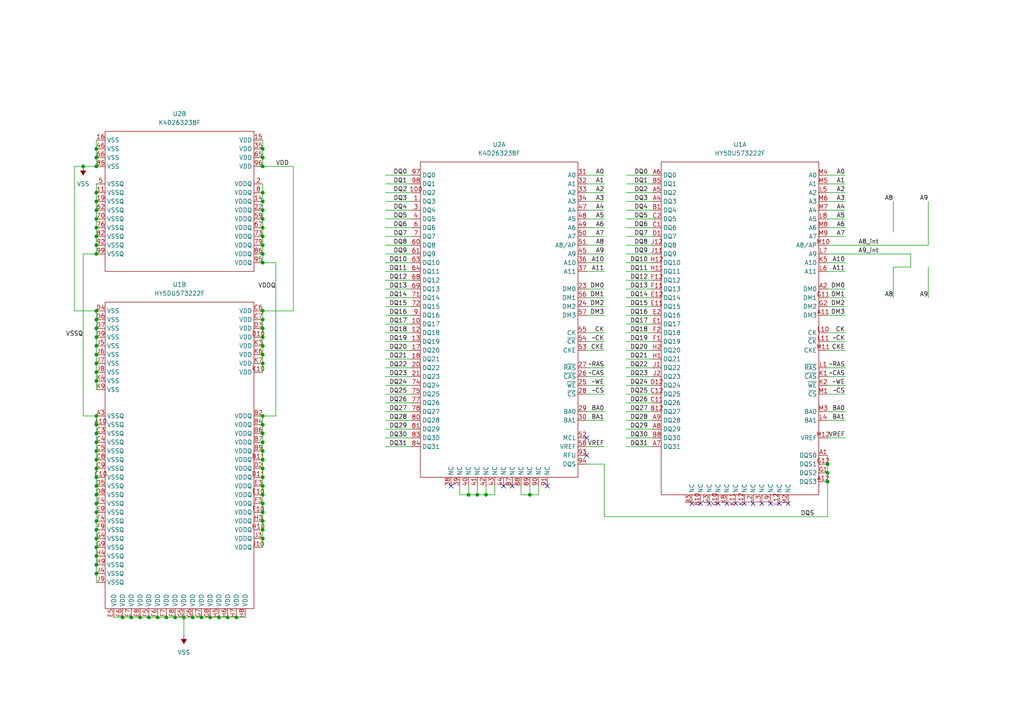
<source format=kicad_sch>
(kicad_sch (version 20230121) (generator eeschema)
  (paper "A4")
  (lib_symbols
    (symbol "HY5DU573222F_1"
      (property "Reference" "U1" (at 0 46.99 0))
      (property "Value" "HY5DU573222F" (at 0 44.45 0))
      (symbol "HY5DU573222F_1_1_1"
        (rectangle (start -22.86 45.72) (end 22.86 -50.8))
        (pin bidirectional line (at 25.4 -39.37 180) (length 2.54) (name "DQS0") (number "A1"))
        (pin input line (at 25.4 1.27 180) (length 2.54) (name "DM3") (number "A11"))
        (pin bidirectional line (at 25.4 -46.99 180) (length 2.54) (name "DQS3") (number "A12"))
        (pin input line (at 25.4 8.89 180) (length 2.54) (name "DM0") (number "A2"))
        (pin bidirectional line (at -25.4 34.29 0) (length 2.54) (name "DQ3") (number "A4"))
        (pin bidirectional line (at -25.4 36.83 0) (length 2.54) (name "DQ2") (number "A5"))
        (pin bidirectional line (at -25.4 41.91 0) (length 2.54) (name "DQ0") (number "A6"))
        (pin bidirectional line (at -25.4 -36.83 0) (length 2.54) (name "DQ31") (number "A7"))
        (pin bidirectional line (at -25.4 -31.75 0) (length 2.54) (name "DQ29") (number "A8"))
        (pin bidirectional line (at -25.4 -29.21 0) (length 2.54) (name "DQ28") (number "A9"))
        (pin bidirectional line (at -25.4 31.75 0) (length 2.54) (name "DQ4") (number "B1"))
        (pin input line (at -11.43 -53.34 90) (length 2.54) (name "NC") (number "B10"))
        (pin bidirectional line (at -25.4 -26.67 0) (length 2.54) (name "DQ27") (number "B12"))
        (pin input line (at -13.97 -53.34 90) (length 2.54) (name "NC") (number "B3"))
        (pin bidirectional line (at -25.4 39.37 0) (length 2.54) (name "DQ1") (number "B5"))
        (pin bidirectional line (at -25.4 -34.29 0) (length 2.54) (name "DQ30") (number "B8"))
        (pin bidirectional line (at -25.4 26.67 0) (length 2.54) (name "DQ6") (number "C1"))
        (pin bidirectional line (at -25.4 -24.13 0) (length 2.54) (name "DQ26") (number "C11"))
        (pin bidirectional line (at -25.4 -21.59 0) (length 2.54) (name "DQ25") (number "C12"))
        (pin bidirectional line (at -25.4 29.21 0) (length 2.54) (name "DQ5") (number "C2"))
        (pin bidirectional line (at -25.4 24.13 0) (length 2.54) (name "DQ7") (number "D1"))
        (pin bidirectional line (at -25.4 -19.05 0) (length 2.54) (name "DQ24") (number "D12"))
        (pin bidirectional line (at -25.4 -1.27 0) (length 2.54) (name "DQ17") (number "E1"))
        (pin bidirectional line (at -25.4 3.81 0) (length 2.54) (name "DQ15") (number "E11"))
        (pin bidirectional line (at -25.4 6.35 0) (length 2.54) (name "DQ14") (number "E12"))
        (pin bidirectional line (at -25.4 1.27 0) (length 2.54) (name "DQ16") (number "E2"))
        (pin bidirectional line (at -25.4 -6.35 0) (length 2.54) (name "DQ19") (number "F1"))
        (pin bidirectional line (at -25.4 8.89 0) (length 2.54) (name "DQ13") (number "F11"))
        (pin bidirectional line (at -25.4 11.43 0) (length 2.54) (name "DQ12") (number "F12"))
        (pin bidirectional line (at -25.4 -3.81 0) (length 2.54) (name "DQ18") (number "F2"))
        (pin bidirectional line (at 25.4 -44.45 180) (length 2.54) (name "DQS2") (number "G1"))
        (pin input line (at -6.35 -53.34 90) (length 2.54) (name "NC") (number "G10"))
        (pin input line (at 25.4 6.35 180) (length 2.54) (name "DM1") (number "G11"))
        (pin bidirectional line (at 25.4 -41.91 180) (length 2.54) (name "DQS1") (number "G12"))
        (pin input line (at 25.4 3.81 180) (length 2.54) (name "DM2") (number "G2"))
        (pin input line (at -8.89 -53.34 90) (length 2.54) (name "NC") (number "G3"))
        (pin bidirectional line (at -25.4 -11.43 0) (length 2.54) (name "DQ21") (number "H1"))
        (pin bidirectional line (at -25.4 13.97 0) (length 2.54) (name "DQ11") (number "H11"))
        (pin bidirectional line (at -25.4 16.51 0) (length 2.54) (name "DQ10") (number "H12"))
        (pin bidirectional line (at -25.4 -8.89 0) (length 2.54) (name "DQ20") (number "H2"))
        (pin bidirectional line (at -25.4 -13.97 0) (length 2.54) (name "DQ22") (number "J1"))
        (pin bidirectional line (at -25.4 19.05 0) (length 2.54) (name "DQ9") (number "J11"))
        (pin bidirectional line (at -25.4 21.59 0) (length 2.54) (name "DQ8") (number "J12"))
        (pin bidirectional line (at -25.4 -16.51 0) (length 2.54) (name "DQ23") (number "J2"))
        (pin input line (at 25.4 -16.51 180) (length 2.54) (name "~{CAS}") (number "K1"))
        (pin input line (at -1.27 -53.34 90) (length 2.54) (name "NC") (number "K11"))
        (pin input line (at 1.27 -53.34 90) (length 2.54) (name "NC") (number "K12"))
        (pin input line (at 25.4 -19.05 180) (length 2.54) (name "~{WE}") (number "K2"))
        (pin input line (at 25.4 16.51 180) (length 2.54) (name "A10") (number "K5"))
        (pin input line (at -3.81 -53.34 90) (length 2.54) (name "NC") (number "K8"))
        (pin input line (at 25.4 -13.97 180) (length 2.54) (name "~{RAS}") (number "L1"))
        (pin input line (at 25.4 -3.81 180) (length 2.54) (name "CK") (number "L10"))
        (pin input line (at 25.4 -6.35 180) (length 2.54) (name "~{CK}") (number "L11"))
        (pin input line (at 11.43 -53.34 90) (length 2.54) (name "NC") (number "L12"))
        (pin input line (at 3.81 -53.34 90) (length 2.54) (name "NC") (number "L2"))
        (pin input line (at 6.35 -53.34 90) (length 2.54) (name "NC") (number "L3"))
        (pin input line (at 25.4 -29.21 180) (length 2.54) (name "BA1") (number "L4"))
        (pin input line (at 25.4 36.83 180) (length 2.54) (name "A2") (number "L5"))
        (pin input line (at 25.4 13.97 180) (length 2.54) (name "A11") (number "L6"))
        (pin input line (at 25.4 19.05 180) (length 2.54) (name "A9") (number "L7"))
        (pin input line (at 25.4 29.21 180) (length 2.54) (name "A5") (number "L8"))
        (pin input line (at 8.89 -53.34 90) (length 2.54) (name "NC") (number "L9"))
        (pin input line (at 25.4 -21.59 180) (length 2.54) (name "~{CS}") (number "M1"))
        (pin input line (at 25.4 21.59 180) (length 2.54) (name "A8/AP") (number "M10"))
        (pin input line (at 25.4 -8.89 180) (length 2.54) (name "CKE") (number "M11"))
        (pin input line (at 25.4 -34.29 180) (length 2.54) (name "VREF") (number "M12"))
        (pin input line (at 13.97 -53.34 90) (length 2.54) (name "NC") (number "M2"))
        (pin input line (at 25.4 -26.67 180) (length 2.54) (name "BA0") (number "M3"))
        (pin input line (at 25.4 41.91 180) (length 2.54) (name "A0") (number "M4"))
        (pin input line (at 25.4 39.37 180) (length 2.54) (name "A1") (number "M5"))
        (pin input line (at 25.4 34.29 180) (length 2.54) (name "A3") (number "M6"))
        (pin input line (at 25.4 31.75 180) (length 2.54) (name "A4") (number "M7"))
        (pin input line (at 25.4 26.67 180) (length 2.54) (name "A6") (number "M8"))
        (pin input line (at 25.4 24.13 180) (length 2.54) (name "A7") (number "M9"))
      )
      (symbol "HY5DU573222F_1_2_1"
        (rectangle (start -21.59 41.91) (end 21.59 -46.99))
        (pin power_in line (at -24.13 6.35 0) (length 2.54) (name "VSSQ") (number "A10"))
        (pin power_in line (at -24.13 8.89 0) (length 2.54) (name "VSSQ") (number "A3"))
        (pin power_in line (at 24.13 -3.81 180) (length 2.54) (name "VDDQ") (number "B11"))
        (pin power_in line (at 24.13 8.89 180) (length 2.54) (name "VDDQ") (number "B2"))
        (pin power_in line (at 24.13 6.35 180) (length 2.54) (name "VDDQ") (number "B4"))
        (pin power_in line (at 24.13 3.81 180) (length 2.54) (name "VDDQ") (number "B6"))
        (pin power_in line (at 24.13 1.27 180) (length 2.54) (name "VDDQ") (number "B7"))
        (pin power_in line (at 24.13 -1.27 180) (length 2.54) (name "VDDQ") (number "B9"))
        (pin power_in line (at -24.13 -8.89 0) (length 2.54) (name "VSSQ") (number "C10"))
        (pin power_in line (at -24.13 3.81 0) (length 2.54) (name "VSSQ") (number "C3"))
        (pin power_in line (at -24.13 1.27 0) (length 2.54) (name "VSSQ") (number "C4"))
        (pin power_in line (at -24.13 -1.27 0) (length 2.54) (name "VSSQ") (number "C5"))
        (pin power_in line (at 24.13 39.37 180) (length 2.54) (name "VDD") (number "C6"))
        (pin power_in line (at 24.13 36.83 180) (length 2.54) (name "VDD") (number "C7"))
        (pin power_in line (at -24.13 -3.81 0) (length 2.54) (name "VSSQ") (number "C8"))
        (pin power_in line (at -24.13 -6.35 0) (length 2.54) (name "VSSQ") (number "C9"))
        (pin power_in line (at 24.13 31.75 180) (length 2.54) (name "VDD") (number "D10"))
        (pin power_in line (at 24.13 -8.89 180) (length 2.54) (name "VDDQ") (number "D11"))
        (pin power_in line (at 24.13 -6.35 180) (length 2.54) (name "VDDQ") (number "D2"))
        (pin power_in line (at 24.13 34.29 180) (length 2.54) (name "VDD") (number "D3"))
        (pin power_in line (at -24.13 39.37 0) (length 2.54) (name "VSS") (number "D4"))
        (pin power_in line (at -24.13 -11.43 0) (length 2.54) (name "VSSQ") (number "D5"))
        (pin power_in line (at -24.13 36.83 0) (length 2.54) (name "VSS") (number "D6"))
        (pin power_in line (at -24.13 34.29 0) (length 2.54) (name "VSS") (number "D7"))
        (pin power_in line (at -24.13 -13.97 0) (length 2.54) (name "VSSQ") (number "D8"))
        (pin power_in line (at -24.13 31.75 0) (length 2.54) (name "VSS") (number "D9"))
        (pin power_in line (at 24.13 -13.97 180) (length 2.54) (name "VDDQ") (number "E10"))
        (pin power_in line (at 24.13 -11.43 180) (length 2.54) (name "VDDQ") (number "E3"))
        (pin power_in line (at -24.13 -16.51 0) (length 2.54) (name "VSSQ") (number "E4"))
        (pin input line (at -19.05 -49.53 90) (length 2.54) (name "VDD") (number "E5"))
        (pin input line (at -16.51 -49.53 90) (length 2.54) (name "VDD") (number "E6"))
        (pin input line (at -13.97 -49.53 90) (length 2.54) (name "VDD") (number "E7"))
        (pin input line (at -11.43 -49.53 90) (length 2.54) (name "VDD") (number "E8"))
        (pin power_in line (at -24.13 -19.05 0) (length 2.54) (name "VSSQ") (number "E9"))
        (pin power_in line (at 24.13 -19.05 180) (length 2.54) (name "VDDQ") (number "F10"))
        (pin power_in line (at 24.13 -16.51 180) (length 2.54) (name "VDDQ") (number "F3"))
        (pin power_in line (at -24.13 -21.59 0) (length 2.54) (name "VSSQ") (number "F4"))
        (pin input line (at -8.89 -49.53 90) (length 2.54) (name "VDD") (number "F5"))
        (pin input line (at -6.35 -49.53 90) (length 2.54) (name "VDD") (number "F6"))
        (pin input line (at -3.81 -49.53 90) (length 2.54) (name "VDD") (number "F7"))
        (pin input line (at -1.27 -49.53 90) (length 2.54) (name "VDD") (number "F8"))
        (pin power_in line (at -24.13 -24.13 0) (length 2.54) (name "VSSQ") (number "F9"))
        (pin power_in line (at -24.13 -26.67 0) (length 2.54) (name "VSSQ") (number "G4"))
        (pin input line (at 1.27 -49.53 90) (length 2.54) (name "VDD") (number "G5"))
        (pin input line (at 3.81 -49.53 90) (length 2.54) (name "VDD") (number "G6"))
        (pin input line (at 6.35 -49.53 90) (length 2.54) (name "VDD") (number "G7"))
        (pin input line (at 8.89 -49.53 90) (length 2.54) (name "VDD") (number "G8"))
        (pin power_in line (at -24.13 -29.21 0) (length 2.54) (name "VSSQ") (number "G9"))
        (pin power_in line (at 24.13 -24.13 180) (length 2.54) (name "VDDQ") (number "H10"))
        (pin power_in line (at 24.13 -21.59 180) (length 2.54) (name "VDDQ") (number "H3"))
        (pin power_in line (at -24.13 -31.75 0) (length 2.54) (name "VSSQ") (number "H4"))
        (pin input line (at 11.43 -49.53 90) (length 2.54) (name "VDD") (number "H5"))
        (pin input line (at 13.97 -49.53 90) (length 2.54) (name "VDD") (number "H6"))
        (pin input line (at 16.51 -49.53 90) (length 2.54) (name "VDD") (number "H7"))
        (pin input line (at 19.05 -49.53 90) (length 2.54) (name "VDD") (number "H8"))
        (pin power_in line (at -24.13 -34.29 0) (length 2.54) (name "VSSQ") (number "H9"))
        (pin power_in line (at 24.13 -29.21 180) (length 2.54) (name "VDDQ") (number "J10"))
        (pin power_in line (at 24.13 -26.67 180) (length 2.54) (name "VDDQ") (number "J3"))
        (pin power_in line (at -24.13 -36.83 0) (length 2.54) (name "VSSQ") (number "J4"))
        (pin power_in line (at -24.13 29.21 0) (length 2.54) (name "VSS") (number "J5"))
        (pin power_in line (at -24.13 26.67 0) (length 2.54) (name "VSS") (number "J6"))
        (pin power_in line (at -24.13 24.13 0) (length 2.54) (name "VSS") (number "J7"))
        (pin power_in line (at -24.13 21.59 0) (length 2.54) (name "VSS") (number "J8"))
        (pin power_in line (at -24.13 -39.37 0) (length 2.54) (name "VSSQ") (number "J9"))
        (pin power_in line (at 24.13 21.59 180) (length 2.54) (name "VDD") (number "K10"))
        (pin power_in line (at 24.13 29.21 180) (length 2.54) (name "VDD") (number "K3"))
        (pin power_in line (at -24.13 19.05 0) (length 2.54) (name "VSS") (number "K4"))
        (pin power_in line (at 24.13 26.67 180) (length 2.54) (name "VDD") (number "K6"))
        (pin power_in line (at 24.13 24.13 180) (length 2.54) (name "VDD") (number "K7"))
        (pin power_in line (at -24.13 16.51 0) (length 2.54) (name "VSS") (number "K9"))
      )
    )
    (symbol "Memory_RAM_custom:HY5DU573222F"
      (property "Reference" "U" (at 0 3.175 0))
      (property "Value" "HY5DU573222F" (at 0 0 0))
      (symbol "HY5DU573222F_1_1"
        (rectangle (start -22.86 45.72) (end 22.86 -50.8))
        (pin bidirectional line (at 25.4 -39.37 180) (length 2.54) (name "DQS0") (number "A1"))
        (pin input line (at 25.4 1.27 180) (length 2.54) (name "DM3") (number "A11"))
        (pin bidirectional line (at 25.4 -46.99 180) (length 2.54) (name "DQS3") (number "A12"))
        (pin input line (at 25.4 8.89 180) (length 2.54) (name "DM0") (number "A2"))
        (pin bidirectional line (at -25.4 34.29 0) (length 2.54) (name "DQ3") (number "A4"))
        (pin bidirectional line (at -25.4 36.83 0) (length 2.54) (name "DQ2") (number "A5"))
        (pin bidirectional line (at -25.4 41.91 0) (length 2.54) (name "DQ0") (number "A6"))
        (pin bidirectional line (at -25.4 -36.83 0) (length 2.54) (name "DQ31") (number "A7"))
        (pin bidirectional line (at -25.4 -31.75 0) (length 2.54) (name "DQ29") (number "A8"))
        (pin bidirectional line (at -25.4 -29.21 0) (length 2.54) (name "DQ28") (number "A9"))
        (pin bidirectional line (at -25.4 31.75 0) (length 2.54) (name "DQ4") (number "B1"))
        (pin input line (at -11.43 -53.34 90) (length 2.54) (name "NC") (number "B10"))
        (pin bidirectional line (at -25.4 -26.67 0) (length 2.54) (name "DQ27") (number "B12"))
        (pin input line (at -13.97 -53.34 90) (length 2.54) (name "NC") (number "B3"))
        (pin bidirectional line (at -25.4 39.37 0) (length 2.54) (name "DQ1") (number "B5"))
        (pin bidirectional line (at -25.4 -34.29 0) (length 2.54) (name "DQ30") (number "B8"))
        (pin bidirectional line (at -25.4 26.67 0) (length 2.54) (name "DQ6") (number "C1"))
        (pin bidirectional line (at -25.4 -24.13 0) (length 2.54) (name "DQ26") (number "C11"))
        (pin bidirectional line (at -25.4 -21.59 0) (length 2.54) (name "DQ25") (number "C12"))
        (pin bidirectional line (at -25.4 29.21 0) (length 2.54) (name "DQ5") (number "C2"))
        (pin bidirectional line (at -25.4 24.13 0) (length 2.54) (name "DQ7") (number "D1"))
        (pin bidirectional line (at -25.4 -19.05 0) (length 2.54) (name "DQ24") (number "D12"))
        (pin bidirectional line (at -25.4 -1.27 0) (length 2.54) (name "DQ17") (number "E1"))
        (pin bidirectional line (at -25.4 3.81 0) (length 2.54) (name "DQ15") (number "E11"))
        (pin bidirectional line (at -25.4 6.35 0) (length 2.54) (name "DQ14") (number "E12"))
        (pin bidirectional line (at -25.4 1.27 0) (length 2.54) (name "DQ16") (number "E2"))
        (pin bidirectional line (at -25.4 -6.35 0) (length 2.54) (name "DQ19") (number "F1"))
        (pin bidirectional line (at -25.4 8.89 0) (length 2.54) (name "DQ13") (number "F11"))
        (pin bidirectional line (at -25.4 11.43 0) (length 2.54) (name "DQ12") (number "F12"))
        (pin bidirectional line (at -25.4 -3.81 0) (length 2.54) (name "DQ18") (number "F2"))
        (pin bidirectional line (at 25.4 -44.45 180) (length 2.54) (name "DQS2") (number "G1"))
        (pin input line (at -6.35 -53.34 90) (length 2.54) (name "NC") (number "G10"))
        (pin input line (at 25.4 6.35 180) (length 2.54) (name "DM1") (number "G11"))
        (pin bidirectional line (at 25.4 -41.91 180) (length 2.54) (name "DQS1") (number "G12"))
        (pin input line (at 25.4 3.81 180) (length 2.54) (name "DM2") (number "G2"))
        (pin input line (at -8.89 -53.34 90) (length 2.54) (name "NC") (number "G3"))
        (pin bidirectional line (at -25.4 -11.43 0) (length 2.54) (name "DQ21") (number "H1"))
        (pin bidirectional line (at -25.4 13.97 0) (length 2.54) (name "DQ11") (number "H11"))
        (pin bidirectional line (at -25.4 16.51 0) (length 2.54) (name "DQ10") (number "H12"))
        (pin bidirectional line (at -25.4 -8.89 0) (length 2.54) (name "DQ20") (number "H2"))
        (pin bidirectional line (at -25.4 -13.97 0) (length 2.54) (name "DQ22") (number "J1"))
        (pin bidirectional line (at -25.4 19.05 0) (length 2.54) (name "DQ9") (number "J11"))
        (pin bidirectional line (at -25.4 21.59 0) (length 2.54) (name "DQ8") (number "J12"))
        (pin bidirectional line (at -25.4 -16.51 0) (length 2.54) (name "DQ23") (number "J2"))
        (pin input line (at 25.4 -16.51 180) (length 2.54) (name "~{CAS}") (number "K1"))
        (pin input line (at -1.27 -53.34 90) (length 2.54) (name "NC") (number "K11"))
        (pin input line (at 1.27 -53.34 90) (length 2.54) (name "NC") (number "K12"))
        (pin input line (at 25.4 -19.05 180) (length 2.54) (name "~{WE}") (number "K2"))
        (pin input line (at 25.4 16.51 180) (length 2.54) (name "A10") (number "K5"))
        (pin input line (at -3.81 -53.34 90) (length 2.54) (name "NC") (number "K8"))
        (pin input line (at 25.4 -13.97 180) (length 2.54) (name "~{RAS}") (number "L1"))
        (pin input line (at 25.4 -3.81 180) (length 2.54) (name "CK") (number "L10"))
        (pin input line (at 25.4 -6.35 180) (length 2.54) (name "~{CK}") (number "L11"))
        (pin input line (at 11.43 -53.34 90) (length 2.54) (name "NC") (number "L12"))
        (pin input line (at 3.81 -53.34 90) (length 2.54) (name "NC") (number "L2"))
        (pin input line (at 6.35 -53.34 90) (length 2.54) (name "NC") (number "L3"))
        (pin input line (at 25.4 -29.21 180) (length 2.54) (name "BA1") (number "L4"))
        (pin input line (at 25.4 36.83 180) (length 2.54) (name "A2") (number "L5"))
        (pin input line (at 25.4 13.97 180) (length 2.54) (name "A11") (number "L6"))
        (pin input line (at 25.4 19.05 180) (length 2.54) (name "A9") (number "L7"))
        (pin input line (at 25.4 29.21 180) (length 2.54) (name "A5") (number "L8"))
        (pin input line (at 8.89 -53.34 90) (length 2.54) (name "NC") (number "L9"))
        (pin input line (at 25.4 -21.59 180) (length 2.54) (name "~{CS}") (number "M1"))
        (pin input line (at 25.4 21.59 180) (length 2.54) (name "A8/AP") (number "M10"))
        (pin input line (at 25.4 -8.89 180) (length 2.54) (name "CKE") (number "M11"))
        (pin input line (at 25.4 -34.29 180) (length 2.54) (name "VREF") (number "M12"))
        (pin input line (at 13.97 -53.34 90) (length 2.54) (name "NC") (number "M2"))
        (pin input line (at 25.4 -26.67 180) (length 2.54) (name "BA0") (number "M3"))
        (pin input line (at 25.4 41.91 180) (length 2.54) (name "A0") (number "M4"))
        (pin input line (at 25.4 39.37 180) (length 2.54) (name "A1") (number "M5"))
        (pin input line (at 25.4 34.29 180) (length 2.54) (name "A3") (number "M6"))
        (pin input line (at 25.4 31.75 180) (length 2.54) (name "A4") (number "M7"))
        (pin input line (at 25.4 26.67 180) (length 2.54) (name "A6") (number "M8"))
        (pin input line (at 25.4 24.13 180) (length 2.54) (name "A7") (number "M9"))
      )
      (symbol "HY5DU573222F_2_1"
        (rectangle (start -21.59 41.91) (end 21.59 -46.99))
        (pin power_in line (at -24.13 6.35 0) (length 2.54) (name "VSSQ") (number "A10"))
        (pin power_in line (at -24.13 8.89 0) (length 2.54) (name "VSSQ") (number "A3"))
        (pin power_in line (at 24.13 -3.81 180) (length 2.54) (name "VDDQ") (number "B11"))
        (pin power_in line (at 24.13 8.89 180) (length 2.54) (name "VDDQ") (number "B2"))
        (pin power_in line (at 24.13 6.35 180) (length 2.54) (name "VDDQ") (number "B4"))
        (pin power_in line (at 24.13 3.81 180) (length 2.54) (name "VDDQ") (number "B6"))
        (pin power_in line (at 24.13 1.27 180) (length 2.54) (name "VDDQ") (number "B7"))
        (pin power_in line (at 24.13 -1.27 180) (length 2.54) (name "VDDQ") (number "B9"))
        (pin power_in line (at -24.13 -8.89 0) (length 2.54) (name "VSSQ") (number "C10"))
        (pin power_in line (at -24.13 3.81 0) (length 2.54) (name "VSSQ") (number "C3"))
        (pin power_in line (at -24.13 1.27 0) (length 2.54) (name "VSSQ") (number "C4"))
        (pin power_in line (at -24.13 -1.27 0) (length 2.54) (name "VSSQ") (number "C5"))
        (pin power_in line (at 24.13 39.37 180) (length 2.54) (name "VDD") (number "C6"))
        (pin power_in line (at 24.13 36.83 180) (length 2.54) (name "VDD") (number "C7"))
        (pin power_in line (at -24.13 -3.81 0) (length 2.54) (name "VSSQ") (number "C8"))
        (pin power_in line (at -24.13 -6.35 0) (length 2.54) (name "VSSQ") (number "C9"))
        (pin power_in line (at 24.13 31.75 180) (length 2.54) (name "VDD") (number "D10"))
        (pin power_in line (at 24.13 -8.89 180) (length 2.54) (name "VDDQ") (number "D11"))
        (pin power_in line (at 24.13 -6.35 180) (length 2.54) (name "VDDQ") (number "D2"))
        (pin power_in line (at 24.13 34.29 180) (length 2.54) (name "VDD") (number "D3"))
        (pin power_in line (at -24.13 39.37 0) (length 2.54) (name "VSS") (number "D4"))
        (pin power_in line (at -24.13 -11.43 0) (length 2.54) (name "VSSQ") (number "D5"))
        (pin power_in line (at -24.13 36.83 0) (length 2.54) (name "VSS") (number "D6"))
        (pin power_in line (at -24.13 34.29 0) (length 2.54) (name "VSS") (number "D7"))
        (pin power_in line (at -24.13 -13.97 0) (length 2.54) (name "VSSQ") (number "D8"))
        (pin power_in line (at -24.13 31.75 0) (length 2.54) (name "VSS") (number "D9"))
        (pin power_in line (at 24.13 -13.97 180) (length 2.54) (name "VDDQ") (number "E10"))
        (pin power_in line (at 24.13 -11.43 180) (length 2.54) (name "VDDQ") (number "E3"))
        (pin power_in line (at -24.13 -16.51 0) (length 2.54) (name "VSSQ") (number "E4"))
        (pin power_in line (at -19.05 -49.53 90) (length 2.54) (name "VSS_") (number "E5"))
        (pin power_in line (at -16.51 -49.53 90) (length 2.54) (name "VSS_") (number "E6"))
        (pin power_in line (at -13.97 -49.53 90) (length 2.54) (name "VSS_") (number "E7"))
        (pin power_in line (at -11.43 -49.53 90) (length 2.54) (name "VSS_") (number "E8"))
        (pin power_in line (at -24.13 -19.05 0) (length 2.54) (name "VSSQ") (number "E9"))
        (pin power_in line (at 24.13 -19.05 180) (length 2.54) (name "VDDQ") (number "F10"))
        (pin power_in line (at 24.13 -16.51 180) (length 2.54) (name "VDDQ") (number "F3"))
        (pin power_in line (at -24.13 -21.59 0) (length 2.54) (name "VSSQ") (number "F4"))
        (pin power_in line (at -8.89 -49.53 90) (length 2.54) (name "VSS_") (number "F5"))
        (pin power_in line (at -6.35 -49.53 90) (length 2.54) (name "VSS_") (number "F6"))
        (pin power_in line (at -3.81 -49.53 90) (length 2.54) (name "VSS_") (number "F7"))
        (pin power_in line (at -1.27 -49.53 90) (length 2.54) (name "VSS_") (number "F8"))
        (pin power_in line (at -24.13 -24.13 0) (length 2.54) (name "VSSQ") (number "F9"))
        (pin power_in line (at -24.13 -26.67 0) (length 2.54) (name "VSSQ") (number "G4"))
        (pin power_in line (at 1.27 -49.53 90) (length 2.54) (name "VSS_") (number "G5"))
        (pin power_in line (at 3.81 -49.53 90) (length 2.54) (name "VSS_") (number "G6"))
        (pin power_in line (at 6.35 -49.53 90) (length 2.54) (name "VSS_") (number "G7"))
        (pin power_in line (at 8.89 -49.53 90) (length 2.54) (name "VSS_") (number "G8"))
        (pin power_in line (at -24.13 -29.21 0) (length 2.54) (name "VSSQ") (number "G9"))
        (pin power_in line (at 24.13 -24.13 180) (length 2.54) (name "VDDQ") (number "H10"))
        (pin power_in line (at 24.13 -21.59 180) (length 2.54) (name "VDDQ") (number "H3"))
        (pin power_in line (at -24.13 -31.75 0) (length 2.54) (name "VSSQ") (number "H4"))
        (pin power_in line (at 11.43 -49.53 90) (length 2.54) (name "VSS_") (number "H5"))
        (pin power_in line (at 13.97 -49.53 90) (length 2.54) (name "VSS_") (number "H6"))
        (pin power_in line (at 16.51 -49.53 90) (length 2.54) (name "VSS_") (number "H7"))
        (pin power_in line (at 19.05 -49.53 90) (length 2.54) (name "VSS_") (number "H8"))
        (pin power_in line (at -24.13 -34.29 0) (length 2.54) (name "VSSQ") (number "H9"))
        (pin power_in line (at 24.13 -29.21 180) (length 2.54) (name "VDDQ") (number "J10"))
        (pin power_in line (at 24.13 -26.67 180) (length 2.54) (name "VDDQ") (number "J3"))
        (pin power_in line (at -24.13 -36.83 0) (length 2.54) (name "VSSQ") (number "J4"))
        (pin power_in line (at -24.13 29.21 0) (length 2.54) (name "VSS") (number "J5"))
        (pin power_in line (at -24.13 26.67 0) (length 2.54) (name "VSS") (number "J6"))
        (pin power_in line (at -24.13 24.13 0) (length 2.54) (name "VSS") (number "J7"))
        (pin power_in line (at -24.13 21.59 0) (length 2.54) (name "VSS") (number "J8"))
        (pin power_in line (at -24.13 -39.37 0) (length 2.54) (name "VSSQ") (number "J9"))
        (pin power_in line (at 24.13 21.59 180) (length 2.54) (name "VDD") (number "K10"))
        (pin power_in line (at 24.13 29.21 180) (length 2.54) (name "VDD") (number "K3"))
        (pin power_in line (at -24.13 19.05 0) (length 2.54) (name "VSS") (number "K4"))
        (pin power_in line (at 24.13 26.67 180) (length 2.54) (name "VDD") (number "K6"))
        (pin power_in line (at 24.13 24.13 180) (length 2.54) (name "VDD") (number "K7"))
        (pin power_in line (at -24.13 16.51 0) (length 2.54) (name "VSS") (number "K9"))
      )
    )
    (symbol "Memory_RAM_custom:K4D263238F"
      (property "Reference" "U" (at 0 3.175 0))
      (property "Value" "K4D263238F" (at 0 0 0))
      (symbol "K4D263238F_1_1"
        (rectangle (start -22.86 45.72) (end 22.86 -45.72))
        (pin bidirectional line (at -25.4 34.29 0) (length 2.54) (name "DQ3") (number "1"))
        (pin bidirectional line (at -25.4 -1.27 0) (length 2.54) (name "DQ17") (number "10"))
        (pin bidirectional line (at -25.4 36.83 0) (length 2.54) (name "DQ2") (number "100"))
        (pin bidirectional line (at -25.4 -3.81 0) (length 2.54) (name "DQ18") (number "12"))
        (pin bidirectional line (at -25.4 -6.35 0) (length 2.54) (name "DQ19") (number "13"))
        (pin bidirectional line (at -25.4 -8.89 0) (length 2.54) (name "DQ20") (number "17"))
        (pin bidirectional line (at -25.4 -11.43 0) (length 2.54) (name "DQ21") (number "18"))
        (pin bidirectional line (at -25.4 -13.97 0) (length 2.54) (name "DQ22") (number "20"))
        (pin bidirectional line (at -25.4 -16.51 0) (length 2.54) (name "DQ23") (number "21"))
        (pin input line (at 25.4 8.89 180) (length 2.54) (name "DM0") (number "23"))
        (pin input line (at 25.4 3.81 180) (length 2.54) (name "DM2") (number "24"))
        (pin input line (at 25.4 -19.05 180) (length 2.54) (name "~{WE}") (number "25"))
        (pin input line (at 25.4 -16.51 180) (length 2.54) (name "~{CAS}") (number "26"))
        (pin input line (at 25.4 -13.97 180) (length 2.54) (name "~{RAS}") (number "27"))
        (pin input line (at 25.4 -21.59 180) (length 2.54) (name "~{CS}") (number "28"))
        (pin input line (at 25.4 -26.67 180) (length 2.54) (name "BA0") (number "29"))
        (pin bidirectional line (at -25.4 31.75 0) (length 2.54) (name "DQ4") (number "3"))
        (pin input line (at 25.4 -29.21 180) (length 2.54) (name "BA1") (number "30"))
        (pin input line (at 25.4 41.91 180) (length 2.54) (name "A0") (number "31"))
        (pin input line (at 25.4 39.37 180) (length 2.54) (name "A1") (number "32"))
        (pin input line (at 25.4 36.83 180) (length 2.54) (name "A2") (number "33"))
        (pin input line (at 25.4 34.29 180) (length 2.54) (name "A3") (number "34"))
        (pin input line (at 25.4 16.51 180) (length 2.54) (name "A10") (number "36"))
        (pin input line (at 25.4 13.97 180) (length 2.54) (name "A11") (number "37"))
        (pin input line (at -13.97 -48.26 90) (length 2.54) (name "NC") (number "38"))
        (pin input line (at -11.43 -48.26 90) (length 2.54) (name "NC") (number "39"))
        (pin bidirectional line (at -25.4 29.21 0) (length 2.54) (name "DQ5") (number "4"))
        (pin input line (at -8.89 -48.26 90) (length 2.54) (name "NC") (number "40"))
        (pin input line (at -6.35 -48.26 90) (length 2.54) (name "NC") (number "41"))
        (pin input line (at -3.81 -48.26 90) (length 2.54) (name "NC") (number "42"))
        (pin input line (at -1.27 -48.26 90) (length 2.54) (name "NC") (number "43"))
        (pin input line (at 1.27 -48.26 90) (length 2.54) (name "NC") (number "44"))
        (pin input line (at 25.4 19.05 180) (length 2.54) (name "A9") (number "45"))
        (pin input line (at 25.4 31.75 180) (length 2.54) (name "A4") (number "47"))
        (pin input line (at 25.4 29.21 180) (length 2.54) (name "A5") (number "48"))
        (pin input line (at 25.4 26.67 180) (length 2.54) (name "A6") (number "49"))
        (pin input line (at 25.4 24.13 180) (length 2.54) (name "A7") (number "50"))
        (pin input line (at 25.4 21.59 180) (length 2.54) (name "A8/AP") (number "51"))
        (pin input line (at 25.4 -34.29 180) (length 2.54) (name "MCL") (number "52"))
        (pin input line (at 25.4 -8.89 180) (length 2.54) (name "CKE") (number "53"))
        (pin input line (at 25.4 -6.35 180) (length 2.54) (name "~{CK}") (number "54"))
        (pin input line (at 25.4 -3.81 180) (length 2.54) (name "CK") (number "55"))
        (pin input line (at 25.4 6.35 180) (length 2.54) (name "DM1") (number "56"))
        (pin input line (at 25.4 1.27 180) (length 2.54) (name "DM3") (number "57"))
        (pin input line (at 25.4 -36.83 180) (length 2.54) (name "VREF") (number "58"))
        (pin bidirectional line (at -25.4 26.67 0) (length 2.54) (name "DQ6") (number "6"))
        (pin bidirectional line (at -25.4 21.59 0) (length 2.54) (name "DQ8") (number "60"))
        (pin bidirectional line (at -25.4 19.05 0) (length 2.54) (name "DQ9") (number "61"))
        (pin bidirectional line (at -25.4 16.51 0) (length 2.54) (name "DQ10") (number "63"))
        (pin bidirectional line (at -25.4 13.97 0) (length 2.54) (name "DQ11") (number "64"))
        (pin bidirectional line (at -25.4 11.43 0) (length 2.54) (name "DQ12") (number "68"))
        (pin bidirectional line (at -25.4 8.89 0) (length 2.54) (name "DQ13") (number "69"))
        (pin bidirectional line (at -25.4 24.13 0) (length 2.54) (name "DQ7") (number "7"))
        (pin bidirectional line (at -25.4 6.35 0) (length 2.54) (name "DQ14") (number "71"))
        (pin bidirectional line (at -25.4 3.81 0) (length 2.54) (name "DQ15") (number "72"))
        (pin bidirectional line (at -25.4 -19.05 0) (length 2.54) (name "DQ24") (number "74"))
        (pin bidirectional line (at -25.4 -21.59 0) (length 2.54) (name "DQ25") (number "75"))
        (pin bidirectional line (at -25.4 -24.13 0) (length 2.54) (name "DQ26") (number "77"))
        (pin bidirectional line (at -25.4 -26.67 0) (length 2.54) (name "DQ27") (number "78"))
        (pin bidirectional line (at -25.4 -29.21 0) (length 2.54) (name "DQ28") (number "80"))
        (pin bidirectional line (at -25.4 -31.75 0) (length 2.54) (name "DQ29") (number "81"))
        (pin bidirectional line (at -25.4 -34.29 0) (length 2.54) (name "DQ30") (number "83"))
        (pin bidirectional line (at -25.4 -36.83 0) (length 2.54) (name "DQ31") (number "84"))
        (pin input line (at 3.81 -48.26 90) (length 2.54) (name "NC") (number "87"))
        (pin input line (at 6.35 -48.26 90) (length 2.54) (name "NC") (number "88"))
        (pin input line (at 8.89 -48.26 90) (length 2.54) (name "NC") (number "89"))
        (pin bidirectional line (at -25.4 1.27 0) (length 2.54) (name "DQ16") (number "9"))
        (pin input line (at 11.43 -48.26 90) (length 2.54) (name "NC") (number "90"))
        (pin input line (at 13.97 -48.26 90) (length 2.54) (name "NC") (number "91"))
        (pin input line (at 25.4 -39.37 180) (length 2.54) (name "RFU") (number "93"))
        (pin bidirectional line (at 25.4 -41.91 180) (length 2.54) (name "DQS") (number "94"))
        (pin bidirectional line (at -25.4 41.91 0) (length 2.54) (name "DQ0") (number "97"))
        (pin bidirectional line (at -25.4 39.37 0) (length 2.54) (name "DQ1") (number "98"))
      )
      (symbol "K4D263238F_2_1"
        (rectangle (start -21.59 20.32) (end 21.59 -20.32))
        (pin power_in line (at -24.13 2.54 0) (length 2.54) (name "VSSQ") (number "11"))
        (pin power_in line (at 24.13 0 180) (length 2.54) (name "VDDQ") (number "14"))
        (pin power_in line (at 24.13 17.78 180) (length 2.54) (name "VDD") (number "15"))
        (pin power_in line (at -24.13 17.78 0) (length 2.54) (name "VSS") (number "16"))
        (pin power_in line (at -24.13 0 0) (length 2.54) (name "VSSQ") (number "19"))
        (pin power_in line (at 24.13 5.08 180) (length 2.54) (name "VDDQ") (number "2"))
        (pin power_in line (at 24.13 -2.54 180) (length 2.54) (name "VDDQ") (number "22"))
        (pin power_in line (at 24.13 15.24 180) (length 2.54) (name "VDD") (number "35"))
        (pin power_in line (at -24.13 15.24 0) (length 2.54) (name "VSS") (number "46"))
        (pin power_in line (at -24.13 5.08 0) (length 2.54) (name "VSSQ") (number "5"))
        (pin power_in line (at 24.13 -5.08 180) (length 2.54) (name "VDDQ") (number "59"))
        (pin power_in line (at -24.13 -2.54 0) (length 2.54) (name "VSSQ") (number "62"))
        (pin power_in line (at 24.13 12.7 180) (length 2.54) (name "VDD") (number "65"))
        (pin power_in line (at -24.13 12.7 0) (length 2.54) (name "VSS") (number "66"))
        (pin power_in line (at 24.13 -7.62 180) (length 2.54) (name "VDDQ") (number "67"))
        (pin power_in line (at -24.13 -5.08 0) (length 2.54) (name "VSSQ") (number "70"))
        (pin power_in line (at 24.13 -10.16 180) (length 2.54) (name "VDDQ") (number "73"))
        (pin power_in line (at -24.13 -7.62 0) (length 2.54) (name "VSSQ") (number "76"))
        (pin power_in line (at 24.13 -12.7 180) (length 2.54) (name "VDDQ") (number "79"))
        (pin power_in line (at 24.13 2.54 180) (length 2.54) (name "VDDQ") (number "8"))
        (pin power_in line (at -24.13 -10.16 0) (length 2.54) (name "VSSQ") (number "82"))
        (pin power_in line (at -24.13 10.16 0) (length 2.54) (name "VSS") (number "85"))
        (pin power_in line (at 24.13 -15.24 180) (length 2.54) (name "VDDQ") (number "86"))
        (pin power_in line (at -24.13 -12.7 0) (length 2.54) (name "VSSQ") (number "92"))
        (pin power_in line (at 24.13 -17.78 180) (length 2.54) (name "VDDQ") (number "95"))
        (pin power_in line (at 24.13 10.16 180) (length 2.54) (name "VDD") (number "96"))
        (pin power_in line (at -24.13 -15.24 0) (length 2.54) (name "VSSQ") (number "99"))
      )
    )
    (symbol "power:VSS" (power) (pin_names (offset 0))
      (property "Value" "VSS" (at 0 3.81 0))
      (symbol "VSS_0_1"
        (polyline (pts (xy 0 0) (xy 0 2.54)))
        (polyline (pts (xy 0.762 1.27) (xy -0.762 1.27) (xy 0 2.54) (xy 0.762 1.27)) (fill (type outline)))
      )
      (symbol "VSS_1_1"
        (pin power_in line (at 0 0 90) (length 0) hide (name "VSS") (number "1"))
      )
    )
  )
  (junction (at 76.2 123.19))
  (junction (at 45.72 179.07))
  (junction (at 27.94 105.41))
  (junction (at 140.97 143.51))
  (junction (at 76.2 55.88))
  (junction (at 27.94 130.81))
  (junction (at 27.94 146.05))
  (junction (at 27.94 163.83))
  (junction (at 76.2 125.73))
  (junction (at 48.26 179.07))
  (junction (at 76.2 120.65))
  (junction (at 76.2 48.26))
  (junction (at 76.2 73.66))
  (junction (at 76.2 66.04))
  (junction (at 27.94 92.71))
  (junction (at 27.94 60.96))
  (junction (at 27.94 151.13))
  (junction (at 27.94 143.51))
  (junction (at 153.67 143.51))
  (junction (at 27.94 95.25))
  (junction (at 27.94 133.35))
  (junction (at 76.2 100.33))
  (junction (at 27.94 97.79))
  (junction (at 76.2 45.72))
  (junction (at 27.94 158.75))
  (junction (at 27.94 73.66))
  (junction (at 27.94 123.19))
  (junction (at 27.94 100.33))
  (junction (at 27.94 166.37))
  (junction (at 27.94 43.18))
  (junction (at 76.2 135.89))
  (junction (at 76.2 146.05))
  (junction (at 27.94 63.5))
  (junction (at 27.94 58.42))
  (junction (at 27.94 102.87))
  (junction (at 76.2 92.71))
  (junction (at 27.94 71.12))
  (junction (at 27.94 128.27))
  (junction (at 76.2 68.58))
  (junction (at 76.2 63.5))
  (junction (at 35.56 179.07))
  (junction (at 240.03 139.7))
  (junction (at 76.2 140.97))
  (junction (at 76.2 148.59))
  (junction (at 76.2 151.13))
  (junction (at 50.8 179.07))
  (junction (at 76.2 133.35))
  (junction (at 76.2 60.96))
  (junction (at 68.58 179.07))
  (junction (at 76.2 95.25))
  (junction (at 76.2 90.17))
  (junction (at 135.89 143.51))
  (junction (at 27.94 68.58))
  (junction (at 27.94 45.72))
  (junction (at 76.2 58.42))
  (junction (at 63.5 179.07))
  (junction (at 66.04 179.07))
  (junction (at 27.94 135.89))
  (junction (at 58.42 179.07))
  (junction (at 27.94 55.88))
  (junction (at 27.94 107.95))
  (junction (at 76.2 153.67))
  (junction (at 24.13 48.26))
  (junction (at 76.2 105.41))
  (junction (at 27.94 120.65))
  (junction (at 43.18 179.07))
  (junction (at 27.94 148.59))
  (junction (at 76.2 138.43))
  (junction (at 76.2 130.81))
  (junction (at 27.94 161.29))
  (junction (at 138.43 143.51))
  (junction (at 76.2 71.12))
  (junction (at 76.2 76.2))
  (junction (at 76.2 128.27))
  (junction (at 40.64 179.07))
  (junction (at 76.2 102.87))
  (junction (at 27.94 66.04))
  (junction (at 27.94 138.43))
  (junction (at 60.96 179.07))
  (junction (at 27.94 110.49))
  (junction (at 27.94 140.97))
  (junction (at 240.03 137.16))
  (junction (at 38.1 179.07))
  (junction (at 27.94 156.21))
  (junction (at 76.2 143.51))
  (junction (at 76.2 43.18))
  (junction (at 27.94 153.67))
  (junction (at 27.94 125.73))
  (junction (at 53.34 179.07))
  (junction (at 55.88 179.07))
  (junction (at 240.03 134.62))
  (junction (at 76.2 97.79))
  (junction (at 76.2 156.21))
  (junction (at 27.94 48.26))
  (junction (at 27.94 90.17))
  (no_connect (at 218.44 146.05))
  (no_connect (at 220.98 146.05))
  (no_connect (at 223.52 146.05))
  (no_connect (at 226.06 146.05))
  (no_connect (at 228.6 146.05))
  (no_connect (at 200.66 146.05))
  (no_connect (at 203.2 146.05))
  (no_connect (at 205.74 146.05))
  (no_connect (at 208.28 146.05))
  (no_connect (at 210.82 146.05))
  (no_connect (at 213.36 146.05))
  (no_connect (at 215.9 146.05))
  (no_connect (at 146.05 140.97))
  (no_connect (at 148.59 140.97))
  (no_connect (at 158.75 140.97))
  (no_connect (at 130.81 140.97))
  (no_connect (at 170.18 127))
  (no_connect (at 170.18 132.08))
  (wire (pts (xy 181.61 99.06) (xy 189.23 99.06)))
  (wire (pts (xy 240.03 63.5) (xy 245.11 63.5)))
  (wire (pts (xy 111.76 53.34) (xy 119.38 53.34)))
  (wire (pts (xy 111.76 60.96) (xy 119.38 60.96)))
  (wire (pts (xy 111.76 78.74) (xy 119.38 78.74)))
  (wire (pts (xy 111.76 71.12) (xy 119.38 71.12)))
  (wire (pts (xy 27.94 146.05) (xy 27.94 148.59)))
  (wire (pts (xy 240.03 127) (xy 245.11 127)))
  (wire (pts (xy 181.61 106.68) (xy 189.23 106.68)))
  (wire (pts (xy 76.2 153.67) (xy 76.2 156.21)))
  (wire (pts (xy 76.2 90.17) (xy 85.09 90.17)))
  (wire (pts (xy 76.2 148.59) (xy 76.2 151.13)))
  (wire (pts (xy 240.03 132.08) (xy 240.03 134.62)))
  (wire (pts (xy 76.2 123.19) (xy 76.2 125.73)))
  (wire (pts (xy 240.03 66.04) (xy 245.11 66.04)))
  (wire (pts (xy 24.13 73.66) (xy 24.13 120.65)))
  (wire (pts (xy 240.03 121.92) (xy 245.11 121.92)))
  (wire (pts (xy 135.89 140.97) (xy 135.89 143.51)))
  (wire (pts (xy 27.94 123.19) (xy 27.94 125.73)))
  (wire (pts (xy 76.2 120.65) (xy 76.2 123.19)))
  (wire (pts (xy 269.24 77.47) (xy 269.24 86.36)))
  (wire (pts (xy 111.76 124.46) (xy 119.38 124.46)))
  (wire (pts (xy 143.51 140.97) (xy 143.51 143.51)))
  (wire (pts (xy 27.94 53.34) (xy 27.94 55.88)))
  (wire (pts (xy 76.2 151.13) (xy 76.2 153.67)))
  (wire (pts (xy 170.18 96.52) (xy 175.26 96.52)))
  (wire (pts (xy 27.94 120.65) (xy 27.94 123.19)))
  (wire (pts (xy 27.94 138.43) (xy 27.94 140.97)))
  (wire (pts (xy 240.03 78.74) (xy 245.11 78.74)))
  (wire (pts (xy 27.94 140.97) (xy 27.94 143.51)))
  (wire (pts (xy 156.21 143.51) (xy 153.67 143.51)))
  (wire (pts (xy 76.2 40.64) (xy 76.2 43.18)))
  (wire (pts (xy 264.16 73.66) (xy 264.16 77.47)))
  (wire (pts (xy 76.2 43.18) (xy 76.2 45.72)))
  (wire (pts (xy 240.03 71.12) (xy 269.24 71.12)))
  (wire (pts (xy 240.03 53.34) (xy 245.11 53.34)))
  (wire (pts (xy 111.76 129.54) (xy 119.38 129.54)))
  (wire (pts (xy 111.76 93.98) (xy 119.38 93.98)))
  (wire (pts (xy 85.09 90.17) (xy 85.09 48.26)))
  (wire (pts (xy 170.18 101.6) (xy 175.26 101.6)))
  (wire (pts (xy 27.94 95.25) (xy 27.94 97.79)))
  (wire (pts (xy 170.18 66.04) (xy 175.26 66.04)))
  (wire (pts (xy 170.18 78.74) (xy 175.26 78.74)))
  (wire (pts (xy 111.76 50.8) (xy 119.38 50.8)))
  (wire (pts (xy 76.2 66.04) (xy 76.2 68.58)))
  (wire (pts (xy 76.2 53.34) (xy 76.2 55.88)))
  (wire (pts (xy 33.02 179.07) (xy 35.56 179.07)))
  (wire (pts (xy 27.94 125.73) (xy 27.94 128.27)))
  (wire (pts (xy 153.67 143.51) (xy 153.67 140.97)))
  (wire (pts (xy 27.94 100.33) (xy 27.94 102.87)))
  (wire (pts (xy 27.94 143.51) (xy 27.94 146.05)))
  (wire (pts (xy 27.94 60.96) (xy 27.94 63.5)))
  (wire (pts (xy 181.61 116.84) (xy 189.23 116.84)))
  (wire (pts (xy 50.8 179.07) (xy 53.34 179.07)))
  (wire (pts (xy 181.61 68.58) (xy 189.23 68.58)))
  (wire (pts (xy 181.61 101.6) (xy 189.23 101.6)))
  (wire (pts (xy 27.94 107.95) (xy 27.94 110.49)))
  (wire (pts (xy 111.76 63.5) (xy 119.38 63.5)))
  (wire (pts (xy 111.76 119.38) (xy 119.38 119.38)))
  (wire (pts (xy 76.2 97.79) (xy 76.2 100.33)))
  (wire (pts (xy 181.61 86.36) (xy 189.23 86.36)))
  (wire (pts (xy 240.03 109.22) (xy 245.11 109.22)))
  (wire (pts (xy 181.61 63.5) (xy 189.23 63.5)))
  (wire (pts (xy 76.2 105.41) (xy 76.2 107.95)))
  (wire (pts (xy 66.04 179.07) (xy 68.58 179.07)))
  (wire (pts (xy 63.5 179.07) (xy 66.04 179.07)))
  (wire (pts (xy 240.03 101.6) (xy 245.11 101.6)))
  (wire (pts (xy 27.94 58.42) (xy 27.94 60.96)))
  (wire (pts (xy 181.61 73.66) (xy 189.23 73.66)))
  (wire (pts (xy 111.76 121.92) (xy 119.38 121.92)))
  (wire (pts (xy 55.88 179.07) (xy 58.42 179.07)))
  (wire (pts (xy 27.94 102.87) (xy 27.94 105.41)))
  (wire (pts (xy 181.61 104.14) (xy 189.23 104.14)))
  (wire (pts (xy 76.2 92.71) (xy 76.2 95.25)))
  (wire (pts (xy 27.94 90.17) (xy 27.94 92.71)))
  (wire (pts (xy 80.01 76.2) (xy 76.2 76.2)))
  (wire (pts (xy 181.61 124.46) (xy 189.23 124.46)))
  (wire (pts (xy 240.03 73.66) (xy 264.16 73.66)))
  (wire (pts (xy 240.03 137.16) (xy 240.03 139.7)))
  (wire (pts (xy 181.61 58.42) (xy 189.23 58.42)))
  (wire (pts (xy 170.18 53.34) (xy 175.26 53.34)))
  (wire (pts (xy 27.94 45.72) (xy 27.94 48.26)))
  (wire (pts (xy 170.18 63.5) (xy 175.26 63.5)))
  (wire (pts (xy 140.97 143.51) (xy 140.97 140.97)))
  (wire (pts (xy 111.76 96.52) (xy 119.38 96.52)))
  (wire (pts (xy 151.13 143.51) (xy 153.67 143.51)))
  (wire (pts (xy 27.94 73.66) (xy 27.94 71.12)))
  (wire (pts (xy 27.94 110.49) (xy 27.94 113.03)))
  (wire (pts (xy 27.94 158.75) (xy 27.94 161.29)))
  (wire (pts (xy 240.03 114.3) (xy 245.11 114.3)))
  (wire (pts (xy 76.2 133.35) (xy 76.2 135.89)))
  (wire (pts (xy 111.76 127) (xy 119.38 127)))
  (wire (pts (xy 240.03 88.9) (xy 245.11 88.9)))
  (wire (pts (xy 181.61 93.98) (xy 189.23 93.98)))
  (wire (pts (xy 21.59 48.26) (xy 21.59 90.17)))
  (wire (pts (xy 111.76 58.42) (xy 119.38 58.42)))
  (wire (pts (xy 240.03 149.86) (xy 175.26 149.86)))
  (wire (pts (xy 240.03 106.68) (xy 245.11 106.68)))
  (wire (pts (xy 138.43 140.97) (xy 138.43 143.51)))
  (wire (pts (xy 111.76 104.14) (xy 119.38 104.14)))
  (wire (pts (xy 24.13 48.26) (xy 21.59 48.26)))
  (wire (pts (xy 76.2 100.33) (xy 76.2 102.87)))
  (wire (pts (xy 170.18 86.36) (xy 175.26 86.36)))
  (wire (pts (xy 240.03 91.44) (xy 245.11 91.44)))
  (wire (pts (xy 269.24 58.42) (xy 269.24 71.12)))
  (wire (pts (xy 170.18 73.66) (xy 175.26 73.66)))
  (wire (pts (xy 181.61 121.92) (xy 189.23 121.92)))
  (wire (pts (xy 53.34 179.07) (xy 55.88 179.07)))
  (wire (pts (xy 181.61 119.38) (xy 189.23 119.38)))
  (wire (pts (xy 76.2 138.43) (xy 76.2 140.97)))
  (wire (pts (xy 111.76 99.06) (xy 119.38 99.06)))
  (wire (pts (xy 76.2 120.65) (xy 80.01 120.65)))
  (wire (pts (xy 240.03 50.8) (xy 245.11 50.8)))
  (wire (pts (xy 27.94 166.37) (xy 27.94 168.91)))
  (wire (pts (xy 240.03 58.42) (xy 245.11 58.42)))
  (wire (pts (xy 240.03 96.52) (xy 245.11 96.52)))
  (wire (pts (xy 181.61 127) (xy 189.23 127)))
  (wire (pts (xy 111.76 73.66) (xy 119.38 73.66)))
  (wire (pts (xy 240.03 134.62) (xy 240.03 137.16)))
  (wire (pts (xy 68.58 179.07) (xy 71.12 179.07)))
  (wire (pts (xy 27.94 105.41) (xy 27.94 107.95)))
  (wire (pts (xy 181.61 50.8) (xy 189.23 50.8)))
  (wire (pts (xy 24.13 120.65) (xy 27.94 120.65)))
  (wire (pts (xy 80.01 120.65) (xy 80.01 76.2)))
  (wire (pts (xy 240.03 111.76) (xy 245.11 111.76)))
  (wire (pts (xy 76.2 143.51) (xy 76.2 146.05)))
  (wire (pts (xy 21.59 90.17) (xy 27.94 90.17)))
  (wire (pts (xy 76.2 125.73) (xy 76.2 128.27)))
  (wire (pts (xy 111.76 116.84) (xy 119.38 116.84)))
  (wire (pts (xy 85.09 48.26) (xy 76.2 48.26)))
  (wire (pts (xy 111.76 91.44) (xy 119.38 91.44)))
  (wire (pts (xy 76.2 63.5) (xy 76.2 66.04)))
  (wire (pts (xy 76.2 146.05) (xy 76.2 148.59)))
  (wire (pts (xy 133.35 140.97) (xy 133.35 143.51)))
  (wire (pts (xy 170.18 119.38) (xy 175.26 119.38)))
  (wire (pts (xy 27.94 151.13) (xy 27.94 153.67)))
  (wire (pts (xy 76.2 71.12) (xy 76.2 73.66)))
  (wire (pts (xy 170.18 58.42) (xy 175.26 58.42)))
  (wire (pts (xy 181.61 53.34) (xy 189.23 53.34)))
  (wire (pts (xy 170.18 106.68) (xy 175.26 106.68)))
  (wire (pts (xy 76.2 128.27) (xy 76.2 130.81)))
  (wire (pts (xy 170.18 60.96) (xy 175.26 60.96)))
  (wire (pts (xy 53.34 179.07) (xy 53.34 184.15)))
  (wire (pts (xy 170.18 111.76) (xy 175.26 111.76)))
  (wire (pts (xy 181.61 129.54) (xy 189.23 129.54)))
  (wire (pts (xy 76.2 140.97) (xy 76.2 143.51)))
  (wire (pts (xy 111.76 109.22) (xy 119.38 109.22)))
  (wire (pts (xy 111.76 68.58) (xy 119.38 68.58)))
  (wire (pts (xy 170.18 71.12) (xy 175.26 71.12)))
  (wire (pts (xy 175.26 149.86) (xy 175.26 134.62)))
  (wire (pts (xy 27.94 92.71) (xy 27.94 95.25)))
  (wire (pts (xy 27.94 148.59) (xy 27.94 151.13)))
  (wire (pts (xy 181.61 66.04) (xy 189.23 66.04)))
  (wire (pts (xy 76.2 130.81) (xy 76.2 133.35)))
  (wire (pts (xy 35.56 179.07) (xy 38.1 179.07)))
  (wire (pts (xy 170.18 50.8) (xy 175.26 50.8)))
  (wire (pts (xy 181.61 114.3) (xy 189.23 114.3)))
  (wire (pts (xy 27.94 97.79) (xy 27.94 100.33)))
  (wire (pts (xy 76.2 55.88) (xy 76.2 58.42)))
  (wire (pts (xy 170.18 129.54) (xy 175.26 129.54)))
  (wire (pts (xy 181.61 78.74) (xy 189.23 78.74)))
  (wire (pts (xy 111.76 81.28) (xy 119.38 81.28)))
  (wire (pts (xy 240.03 86.36) (xy 245.11 86.36)))
  (wire (pts (xy 111.76 83.82) (xy 119.38 83.82)))
  (wire (pts (xy 27.94 156.21) (xy 27.94 158.75)))
  (wire (pts (xy 76.2 95.25) (xy 76.2 97.79)))
  (wire (pts (xy 76.2 68.58) (xy 76.2 71.12)))
  (wire (pts (xy 259.08 77.47) (xy 259.08 86.36)))
  (wire (pts (xy 48.26 179.07) (xy 50.8 179.07)))
  (wire (pts (xy 111.76 106.68) (xy 119.38 106.68)))
  (wire (pts (xy 40.64 179.07) (xy 43.18 179.07)))
  (wire (pts (xy 170.18 134.62) (xy 175.26 134.62)))
  (wire (pts (xy 170.18 76.2) (xy 175.26 76.2)))
  (wire (pts (xy 76.2 60.96) (xy 76.2 63.5)))
  (wire (pts (xy 170.18 114.3) (xy 175.26 114.3)))
  (wire (pts (xy 58.42 179.07) (xy 60.96 179.07)))
  (wire (pts (xy 27.94 63.5) (xy 27.94 66.04)))
  (wire (pts (xy 240.03 55.88) (xy 245.11 55.88)))
  (wire (pts (xy 76.2 90.17) (xy 76.2 92.71)))
  (wire (pts (xy 27.94 55.88) (xy 27.94 58.42)))
  (wire (pts (xy 76.2 73.66) (xy 76.2 76.2)))
  (wire (pts (xy 27.94 73.66) (xy 24.13 73.66)))
  (wire (pts (xy 76.2 156.21) (xy 76.2 158.75)))
  (wire (pts (xy 38.1 179.07) (xy 40.64 179.07)))
  (wire (pts (xy 170.18 83.82) (xy 175.26 83.82)))
  (wire (pts (xy 135.89 143.51) (xy 138.43 143.51)))
  (wire (pts (xy 27.94 66.04) (xy 27.94 68.58)))
  (wire (pts (xy 170.18 99.06) (xy 175.26 99.06)))
  (wire (pts (xy 156.21 140.97) (xy 156.21 143.51)))
  (wire (pts (xy 27.94 128.27) (xy 27.94 130.81)))
  (wire (pts (xy 133.35 143.51) (xy 135.89 143.51)))
  (wire (pts (xy 181.61 71.12) (xy 189.23 71.12)))
  (wire (pts (xy 143.51 143.51) (xy 140.97 143.51)))
  (wire (pts (xy 170.18 68.58) (xy 175.26 68.58)))
  (wire (pts (xy 181.61 91.44) (xy 189.23 91.44)))
  (wire (pts (xy 181.61 88.9) (xy 189.23 88.9)))
  (wire (pts (xy 170.18 88.9) (xy 175.26 88.9)))
  (wire (pts (xy 111.76 76.2) (xy 119.38 76.2)))
  (wire (pts (xy 240.03 60.96) (xy 245.11 60.96)))
  (wire (pts (xy 240.03 83.82) (xy 245.11 83.82)))
  (wire (pts (xy 111.76 55.88) (xy 119.38 55.88)))
  (wire (pts (xy 259.08 58.42) (xy 259.08 67.31)))
  (wire (pts (xy 264.16 77.47) (xy 259.08 77.47)))
  (wire (pts (xy 181.61 83.82) (xy 189.23 83.82)))
  (wire (pts (xy 27.94 133.35) (xy 27.94 135.89)))
  (wire (pts (xy 181.61 81.28) (xy 189.23 81.28)))
  (wire (pts (xy 27.94 48.26) (xy 24.13 48.26)))
  (wire (pts (xy 27.94 153.67) (xy 27.94 156.21)))
  (wire (pts (xy 27.94 40.64) (xy 27.94 43.18)))
  (wire (pts (xy 111.76 88.9) (xy 119.38 88.9)))
  (wire (pts (xy 181.61 96.52) (xy 189.23 96.52)))
  (wire (pts (xy 240.03 119.38) (xy 245.11 119.38)))
  (wire (pts (xy 76.2 135.89) (xy 76.2 138.43)))
  (wire (pts (xy 76.2 102.87) (xy 76.2 105.41)))
  (wire (pts (xy 170.18 109.22) (xy 175.26 109.22)))
  (wire (pts (xy 170.18 55.88) (xy 175.26 55.88)))
  (wire (pts (xy 138.43 143.51) (xy 140.97 143.51)))
  (wire (pts (xy 76.2 58.42) (xy 76.2 60.96)))
  (wire (pts (xy 27.94 68.58) (xy 27.94 71.12)))
  (wire (pts (xy 181.61 76.2) (xy 189.23 76.2)))
  (wire (pts (xy 151.13 140.97) (xy 151.13 143.51)))
  (wire (pts (xy 60.96 179.07) (xy 63.5 179.07)))
  (wire (pts (xy 27.94 161.29) (xy 27.94 163.83)))
  (wire (pts (xy 43.18 179.07) (xy 45.72 179.07)))
  (wire (pts (xy 45.72 179.07) (xy 48.26 179.07)))
  (wire (pts (xy 181.61 109.22) (xy 189.23 109.22)))
  (wire (pts (xy 27.94 135.89) (xy 27.94 138.43)))
  (wire (pts (xy 111.76 86.36) (xy 119.38 86.36)))
  (wire (pts (xy 111.76 101.6) (xy 119.38 101.6)))
  (wire (pts (xy 181.61 60.96) (xy 189.23 60.96)))
  (wire (pts (xy 181.61 111.76) (xy 189.23 111.76)))
  (wire (pts (xy 240.03 99.06) (xy 245.11 99.06)))
  (wire (pts (xy 76.2 45.72) (xy 76.2 48.26)))
  (wire (pts (xy 27.94 163.83) (xy 27.94 166.37)))
  (wire (pts (xy 27.94 130.81) (xy 27.94 133.35)))
  (wire (pts (xy 27.94 43.18) (xy 27.94 45.72)))
  (wire (pts (xy 111.76 66.04) (xy 119.38 66.04)))
  (wire (pts (xy 240.03 68.58) (xy 245.11 68.58)))
  (wire (pts (xy 111.76 111.76) (xy 119.38 111.76)))
  (wire (pts (xy 170.18 121.92) (xy 175.26 121.92)))
  (wire (pts (xy 181.61 55.88) (xy 189.23 55.88)))
  (wire (pts (xy 111.76 114.3) (xy 119.38 114.3)))
  (wire (pts (xy 240.03 139.7) (xy 240.03 149.86)))
  (wire (pts (xy 240.03 76.2) (xy 245.11 76.2)))
  (wire (pts (xy 170.18 91.44) (xy 175.26 91.44)))
  (label "DQ3" (at 187.96 58.42 180))
  (label "DQ22" (at 118.11 106.68 180))
  (label "DQ7" (at 187.96 68.58 180))
  (label "DQ23" (at 187.96 109.22 180))
  (label "A5" (at 245.11 63.5 180))
  (label "~RAS" (at 245.11 106.68 180))
  (label "BA1" (at 175.26 121.92 180))
  (label "DQ20" (at 118.11 101.6 180))
  (label "DM1" (at 175.26 86.36 180))
  (label "DQ2" (at 118.11 55.88 180))
  (label "A0" (at 175.26 50.8 180))
  (label "DQ2" (at 187.96 55.88 180))
  (label "A8" (at 175.26 71.12 180))
  (label "DQ23" (at 118.11 109.22 180))
  (label "DQ1" (at 187.96 53.34 180))
  (label "CKE" (at 245.11 101.6 180))
  (label "DQ6" (at 118.11 66.04 180))
  (label "A10" (at 245.11 76.2 180))
  (label "DQ0" (at 118.11 50.8 180))
  (label "DQ8" (at 118.11 71.12 180))
  (label "A6" (at 245.11 66.04 180))
  (label "~CS" (at 175.26 114.3 180))
  (label "A1" (at 175.26 53.34 180))
  (label "VSSQ" (at 24.13 97.79 180))
  (label "DM0" (at 245.11 83.82 180))
  (label "DQ13" (at 187.96 83.82 180))
  (label "DM3" (at 245.11 91.44 180))
  (label "DQ9" (at 118.11 73.66 180))
  (label "A7" (at 175.26 68.58 180))
  (label "DQ21" (at 118.11 104.14 180))
  (label "DQ17" (at 118.11 93.98 180))
  (label "DQ10" (at 187.96 76.2 180))
  (label "DQ28" (at 118.11 121.92 180))
  (label "DM1" (at 245.11 86.36 180))
  (label "DQ4" (at 118.11 60.96 180))
  (label "BA0" (at 175.26 119.38 180))
  (label "DQ18" (at 118.11 96.52 180))
  (label "~CAS" (at 245.11 109.22 180))
  (label "~CK" (at 245.11 99.06 180))
  (label "VREF" (at 175.26 129.54 180))
  (label "DQ30" (at 118.11 127 180))
  (label "DQS" (at 236.22 149.86 180))
  (label "A4" (at 245.11 60.96 180))
  (label "A3" (at 175.26 58.42 180))
  (label "~WE" (at 175.26 111.76 180))
  (label "DQ17" (at 187.96 93.98 180))
  (label "~CS" (at 245.11 114.3 180))
  (label "DQ5" (at 118.11 63.5 180))
  (label "DM2" (at 175.26 88.9 180))
  (label "DQ11" (at 118.11 78.74 180))
  (label "DQ11" (at 187.96 78.74 180))
  (label "A8" (at 259.08 58.42 180))
  (label "A0" (at 245.11 50.8 180))
  (label "DQ12" (at 118.11 81.28 180))
  (label "DQ24" (at 118.11 111.76 180))
  (label "VDDQ" (at 80.01 83.82 180))
  (label "A7" (at 245.11 68.58 180))
  (label "A4" (at 175.26 60.96 180))
  (label "DQ7" (at 118.11 68.58 180))
  (label "DQ3" (at 118.11 58.42 180))
  (label "A9" (at 269.24 58.42 180))
  (label "DQ30" (at 187.96 127 180))
  (label "A5" (at 175.26 63.5 180))
  (label "DQ27" (at 118.11 119.38 180))
  (label "A9_int" (at 248.92 73.66 0))
  (label "DQ31" (at 118.11 129.54 180))
  (label "A2" (at 245.11 55.88 180))
  (label "DQ29" (at 187.96 124.46 180))
  (label "BA1" (at 245.11 121.92 180))
  (label "DQ25" (at 118.11 114.3 180))
  (label "DQ21" (at 187.96 104.14 180))
  (label "A8_int" (at 248.92 71.12 0))
  (label "A11" (at 175.26 78.74 180))
  (label "DQ8" (at 187.96 71.12 180))
  (label "CK" (at 245.11 96.52 180))
  (label "DQ13" (at 118.11 83.82 180))
  (label "DQ1" (at 118.11 53.34 180))
  (label "DQ22" (at 187.96 106.68 180))
  (label "DQ15" (at 187.96 88.9 180))
  (label "DQ14" (at 118.11 86.36 180))
  (label "DQ20" (at 187.96 101.6 180))
  (label "DQ29" (at 118.11 124.46 180))
  (label "DM3" (at 175.26 91.44 180))
  (label "DQ31" (at 187.96 129.54 180))
  (label "A6" (at 175.26 66.04 180))
  (label "DQ15" (at 118.11 88.9 180))
  (label "DQ19" (at 118.11 99.06 180))
  (label "DQ28" (at 187.96 121.92 180))
  (label "DQ24" (at 187.96 111.76 180))
  (label "DQ14" (at 187.96 86.36 180))
  (label "~RAS" (at 175.26 106.68 180))
  (label "A2" (at 175.26 55.88 180))
  (label "DQ26" (at 118.11 116.84 180))
  (label "CKE" (at 175.26 101.6 180))
  (label "A11" (at 245.11 78.74 180))
  (label "DQ16" (at 118.11 91.44 180))
  (label "DM0" (at 175.26 83.82 180))
  (label "DQ16" (at 187.96 91.44 180))
  (label "A8" (at 259.08 86.36 180))
  (label "DQ6" (at 187.96 66.04 180))
  (label "DM2" (at 245.11 88.9 180))
  (label "DQ25" (at 187.96 114.3 180))
  (label "A9" (at 269.24 86.36 180))
  (label "VREF" (at 245.11 127 180))
  (label "~CAS" (at 175.26 109.22 180))
  (label "~WE" (at 245.11 111.76 180))
  (label "DQ26" (at 187.96 116.84 180))
  (label "DQ9" (at 187.96 73.66 180))
  (label "DQ27" (at 187.96 119.38 180))
  (label "VDD" (at 83.82 48.26 180))
  (label "DQ18" (at 187.96 96.52 180))
  (label "DQ19" (at 187.96 99.06 180))
  (label "CK" (at 175.26 96.52 180))
  (label "A9" (at 175.26 73.66 180))
  (label "DQ5" (at 187.96 63.5 180))
  (label "DQ12" (at 187.96 81.28 180))
  (label "DQ10" (at 118.11 76.2 180))
  (label "A10" (at 175.26 76.2 180))
  (label "A3" (at 245.11 58.42 180))
  (label "DQ0" (at 187.96 50.8 180))
  (label "A1" (at 245.11 53.34 180))
  (label "BA0" (at 245.11 119.38 180))
  (label "~CK" (at 175.26 99.06 180))
  (label "DQ4" (at 187.96 60.96 180))
  (symbol (lib_id "Memory_RAM_custom:K4D263238F") (at 144.78 92.71 0) (unit 1)
    (property "Reference" "U2" (at 144.78 41.91 0))
    (property "Value" "K4D263238F" (at 144.78 44.45 0))
    (property "Footprint" "Memory_RAM_custom:PQFP-100_14x20mm_P0.65mm_flipped" (effects hide))
  )
  (symbol (lib_id "power:VSS") (at 53.34 184.15 180) (unit 1)
    (property "Reference" "#PWR0102" (effects hide))
    (property "Value" "VSS" (at 53.34 189.23 0))
  )
  (symbol (lib_id "Memory_RAM_custom:HY5DU573222F") (at 214.63 92.71 0) (unit 1)
    (property "Reference" "U1" (at 214.63 41.91 0))
    (property "Value" "HY5DU573222F" (at 214.63 44.45 0))
    (property "Footprint" "Package_BGA:LFBGA-144_10x10mm_Layout12x12_P0.8mm" (effects hide))
  )
  (symbol (lib_name "HY5DU573222F_1") (lib_id "Memory_RAM_custom:HY5DU573222F") (at 52.07 129.54 0) (unit 2)
    (property "Reference" "U1" (at 52.07 82.55 0))
    (property "Value" "HY5DU573222F" (at 52.07 85.09 0))
    (property "Footprint" "Package_BGA:LFBGA-144_10x10mm_Layout12x12_P0.8mm" (effects hide))
  )
  (symbol (lib_id "Memory_RAM_custom:K4D263238F") (at 52.07 58.42 0) (unit 2)
    (property "Reference" "U2" (at 52.07 33.02 0))
    (property "Value" "K4D263238F" (at 52.07 35.56 0))
    (property "Footprint" "Memory_RAM_custom:PQFP-100_14x20mm_P0.65mm_flipped" (effects hide))
  )
  (symbol (lib_id "power:VSS") (at 24.13 48.26 180) (unit 1)
    (property "Reference" "#PWR0101" (effects hide))
    (property "Value" "VSS" (at 24.13 53.34 0))
  )
)
</source>
